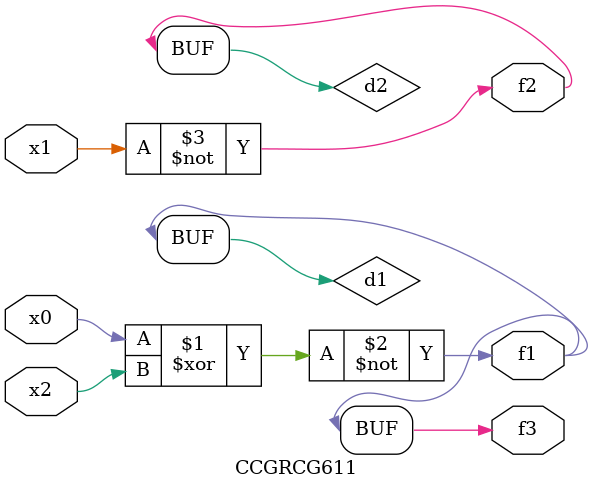
<source format=v>
module CCGRCG611(
	input x0, x1, x2,
	output f1, f2, f3
);

	wire d1, d2, d3;

	xnor (d1, x0, x2);
	nand (d2, x1);
	nor (d3, x1, x2);
	assign f1 = d1;
	assign f2 = d2;
	assign f3 = d1;
endmodule

</source>
